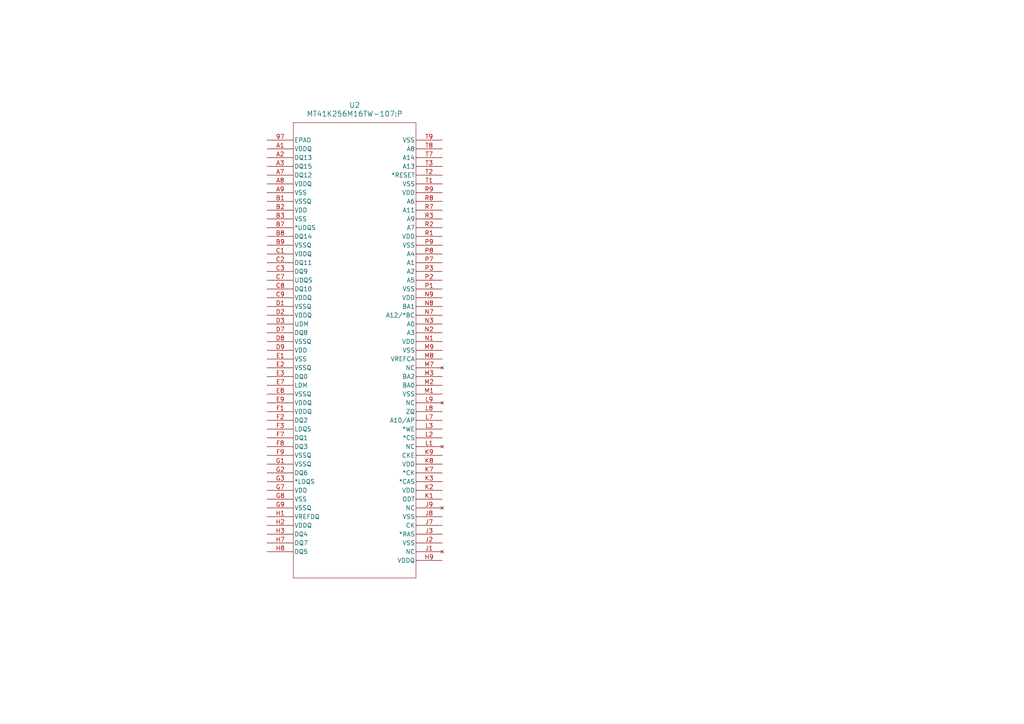
<source format=kicad_sch>
(kicad_sch (version 20231120) (generator "eeschema") (generator_version "8.0")
  (paper "A4")
  (title_block (title "RAM"))
  (lib_symbols
    (symbol "pc_mainboard:MT41K256M16TW-107_P" (pin_names (offset 0.254))
      (property "Reference" "U" (at 25.4 10.16 0))
      (property "Value" "MT41K256M16TW-107:P" (at 25.4 7.62 0))
      (symbol "MT41K256M16TW-107_P_0_1"
        (polyline (pts (xy 7.62 -127) (xy 43.18 -127)) (stroke (width 0.127)))
        (polyline (pts (xy 7.62 5.08) (xy 7.62 -127)) (stroke (width 0.127)))
        (polyline (pts (xy 43.18 -127) (xy 43.18 5.08)) (stroke (width 0.127)))
        (polyline (pts (xy 43.18 5.08) (xy 7.62 5.08)) (stroke (width 0.127)))
        (pin unspecified line (at 0 0 0) (length 7.62) (name "EPAD") (number "97"))
        (pin power_in line (at 0 -2.54 0) (length 7.62) (name "VDDQ") (number "A1"))
        (pin bidirectional line (at 0 -5.08 0) (length 7.62) (name "DQ13") (number "A2"))
        (pin bidirectional line (at 0 -7.62 0) (length 7.62) (name "DQ15") (number "A3"))
        (pin bidirectional line (at 0 -10.16 0) (length 7.62) (name "DQ12") (number "A7"))
        (pin power_in line (at 0 -12.7 0) (length 7.62) (name "VDDQ") (number "A8"))
        (pin power_in line (at 0 -15.24 0) (length 7.62) (name "VSS") (number "A9"))
        (pin power_in line (at 0 -17.78 0) (length 7.62) (name "VSSQ") (number "B1"))
        (pin power_in line (at 0 -20.32 0) (length 7.62) (name "VDD") (number "B2"))
        (pin power_in line (at 0 -22.86 0) (length 7.62) (name "VSS") (number "B3"))
        (pin bidirectional line (at 0 -25.4 0) (length 7.62) (name "*UDQS") (number "B7"))
        (pin bidirectional line (at 0 -27.94 0) (length 7.62) (name "DQ14") (number "B8"))
        (pin power_in line (at 0 -30.48 0) (length 7.62) (name "VSSQ") (number "B9"))
        (pin power_in line (at 0 -33.02 0) (length 7.62) (name "VDDQ") (number "C1"))
        (pin bidirectional line (at 0 -35.56 0) (length 7.62) (name "DQ11") (number "C2"))
        (pin bidirectional line (at 0 -38.1 0) (length 7.62) (name "DQ9") (number "C3"))
        (pin bidirectional line (at 0 -40.64 0) (length 7.62) (name "UDQS") (number "C7"))
        (pin bidirectional line (at 0 -43.18 0) (length 7.62) (name "DQ10") (number "C8"))
        (pin power_in line (at 0 -45.72 0) (length 7.62) (name "VDDQ") (number "C9"))
        (pin power_in line (at 0 -48.26 0) (length 7.62) (name "VSSQ") (number "D1"))
        (pin power_in line (at 0 -50.8 0) (length 7.62) (name "VDDQ") (number "D2"))
        (pin input line (at 0 -53.34 0) (length 7.62) (name "UDM") (number "D3"))
        (pin bidirectional line (at 0 -55.88 0) (length 7.62) (name "DQ8") (number "D7"))
        (pin power_in line (at 0 -58.42 0) (length 7.62) (name "VSSQ") (number "D8"))
        (pin power_in line (at 0 -60.96 0) (length 7.62) (name "VDD") (number "D9"))
        (pin power_in line (at 0 -63.5 0) (length 7.62) (name "VSS") (number "E1"))
        (pin power_in line (at 0 -66.04 0) (length 7.62) (name "VSSQ") (number "E2"))
        (pin bidirectional line (at 0 -68.58 0) (length 7.62) (name "DQ0") (number "E3"))
        (pin input line (at 0 -71.12 0) (length 7.62) (name "LDM") (number "E7"))
        (pin power_in line (at 0 -73.66 0) (length 7.62) (name "VSSQ") (number "E8"))
        (pin power_in line (at 0 -76.2 0) (length 7.62) (name "VDDQ") (number "E9"))
        (pin power_in line (at 0 -78.74 0) (length 7.62) (name "VDDQ") (number "F1"))
        (pin bidirectional line (at 0 -81.28 0) (length 7.62) (name "DQ2") (number "F2"))
        (pin bidirectional line (at 0 -83.82 0) (length 7.62) (name "LDQS") (number "F3"))
        (pin bidirectional line (at 0 -86.36 0) (length 7.62) (name "DQ1") (number "F7"))
        (pin bidirectional line (at 0 -88.9 0) (length 7.62) (name "DQ3") (number "F8"))
        (pin power_in line (at 0 -91.44 0) (length 7.62) (name "VSSQ") (number "F9"))
        (pin power_in line (at 0 -93.98 0) (length 7.62) (name "VSSQ") (number "G1"))
        (pin bidirectional line (at 0 -96.52 0) (length 7.62) (name "DQ6") (number "G2"))
        (pin bidirectional line (at 0 -99.06 0) (length 7.62) (name "*LDQS") (number "G3"))
        (pin power_in line (at 0 -101.6 0) (length 7.62) (name "VDD") (number "G7"))
        (pin power_in line (at 0 -104.14 0) (length 7.62) (name "VSS") (number "G8"))
        (pin power_in line (at 0 -106.68 0) (length 7.62) (name "VSSQ") (number "G9"))
        (pin power_in line (at 0 -109.22 0) (length 7.62) (name "VREFDQ") (number "H1"))
        (pin power_in line (at 0 -111.76 0) (length 7.62) (name "VDDQ") (number "H2"))
        (pin bidirectional line (at 0 -114.3 0) (length 7.62) (name "DQ4") (number "H3"))
        (pin bidirectional line (at 0 -116.84 0) (length 7.62) (name "DQ7") (number "H7"))
        (pin bidirectional line (at 0 -119.38 0) (length 7.62) (name "DQ5") (number "H8"))
        (pin power_in line (at 50.8 -121.92 180) (length 7.62) (name "VDDQ") (number "H9"))
        (pin no_connect line (at 50.8 -119.38 180) (length 7.62) (name "NC") (number "J1"))
        (pin power_in line (at 50.8 -116.84 180) (length 7.62) (name "VSS") (number "J2"))
        (pin input line (at 50.8 -114.3 180) (length 7.62) (name "*RAS") (number "J3"))
        (pin input line (at 50.8 -111.76 180) (length 7.62) (name "CK") (number "J7"))
        (pin power_in line (at 50.8 -109.22 180) (length 7.62) (name "VSS") (number "J8"))
        (pin no_connect line (at 50.8 -106.68 180) (length 7.62) (name "NC") (number "J9"))
        (pin input line (at 50.8 -104.14 180) (length 7.62) (name "ODT") (number "K1"))
        (pin power_in line (at 50.8 -101.6 180) (length 7.62) (name "VDD") (number "K2"))
        (pin input line (at 50.8 -99.06 180) (length 7.62) (name "*CAS") (number "K3"))
        (pin input line (at 50.8 -96.52 180) (length 7.62) (name "*CK") (number "K7"))
        (pin power_in line (at 50.8 -93.98 180) (length 7.62) (name "VDD") (number "K8"))
        (pin input line (at 50.8 -91.44 180) (length 7.62) (name "CKE") (number "K9"))
        (pin no_connect line (at 50.8 -88.9 180) (length 7.62) (name "NC") (number "L1"))
        (pin input line (at 50.8 -86.36 180) (length 7.62) (name "*CS") (number "L2"))
        (pin input line (at 50.8 -83.82 180) (length 7.62) (name "*WE") (number "L3"))
        (pin input line (at 50.8 -81.28 180) (length 7.62) (name "A10/AP") (number "L7"))
        (pin unspecified line (at 50.8 -78.74 180) (length 7.62) (name "ZQ") (number "L8"))
        (pin no_connect line (at 50.8 -76.2 180) (length 7.62) (name "NC") (number "L9"))
        (pin power_in line (at 50.8 -73.66 180) (length 7.62) (name "VSS") (number "M1"))
        (pin input line (at 50.8 -71.12 180) (length 7.62) (name "BA0") (number "M2"))
        (pin input line (at 50.8 -68.58 180) (length 7.62) (name "BA2") (number "M3"))
        (pin no_connect line (at 50.8 -66.04 180) (length 7.62) (name "NC") (number "M7"))
        (pin power_in line (at 50.8 -63.5 180) (length 7.62) (name "VREFCA") (number "M8"))
        (pin power_in line (at 50.8 -60.96 180) (length 7.62) (name "VSS") (number "M9"))
        (pin power_in line (at 50.8 -58.42 180) (length 7.62) (name "VDD") (number "N1"))
        (pin input line (at 50.8 -55.88 180) (length 7.62) (name "A3") (number "N2"))
        (pin input line (at 50.8 -53.34 180) (length 7.62) (name "A0") (number "N3"))
        (pin input line (at 50.8 -50.8 180) (length 7.62) (name "A12/*BC") (number "N7"))
        (pin input line (at 50.8 -48.26 180) (length 7.62) (name "BA1") (number "N8"))
        (pin power_in line (at 50.8 -45.72 180) (length 7.62) (name "VDD") (number "N9"))
        (pin power_in line (at 50.8 -43.18 180) (length 7.62) (name "VSS") (number "P1"))
        (pin input line (at 50.8 -40.64 180) (length 7.62) (name "A5") (number "P2"))
        (pin input line (at 50.8 -38.1 180) (length 7.62) (name "A2") (number "P3"))
        (pin input line (at 50.8 -35.56 180) (length 7.62) (name "A1") (number "P7"))
        (pin input line (at 50.8 -33.02 180) (length 7.62) (name "A4") (number "P8"))
        (pin power_in line (at 50.8 -30.48 180) (length 7.62) (name "VSS") (number "P9"))
        (pin power_in line (at 50.8 -27.94 180) (length 7.62) (name "VDD") (number "R1"))
        (pin input line (at 50.8 -25.4 180) (length 7.62) (name "A7") (number "R2"))
        (pin input line (at 50.8 -22.86 180) (length 7.62) (name "A9") (number "R3"))
        (pin input line (at 50.8 -20.32 180) (length 7.62) (name "A11") (number "R7"))
        (pin input line (at 50.8 -17.78 180) (length 7.62) (name "A6") (number "R8"))
        (pin power_in line (at 50.8 -15.24 180) (length 7.62) (name "VDD") (number "R9"))
        (pin power_in line (at 50.8 -12.7 180) (length 7.62) (name "VSS") (number "T1"))
        (pin input line (at 50.8 -10.16 180) (length 7.62) (name "*RESET") (number "T2"))
        (pin input line (at 50.8 -7.62 180) (length 7.62) (name "A13") (number "T3"))
        (pin input line (at 50.8 -5.08 180) (length 7.62) (name "A14") (number "T7"))
        (pin input line (at 50.8 -2.54 180) (length 7.62) (name "A8") (number "T8"))
        (pin power_in line (at 50.8 0 180) (length 7.62) (name "VSS") (number "T9"))
      )
    )
  )
  (symbol (lib_id "pc_mainboard:MT41K256M16TW-107_P") (at 77.47 40.64 0) (unit 1)
    (property "Reference" "U2" (at 102.87 30.48 0) (effects (font (size 1.524 1.524))))
    (property "Value" "MT41K256M16TW-107:P" (at 102.87 33.02 0) (effects (font (size 1.524 1.524))))
    (property "Footprint" "FBGA96_8X14_MRN" (effects (hide yes)))
    (property "Datasheet" "MT41K256M16TW-107:P" (effects (hide yes)))
  )
)
</source>
